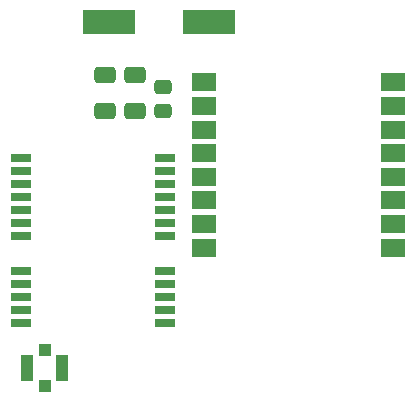
<source format=gbr>
%TF.GenerationSoftware,KiCad,Pcbnew,7.0.6*%
%TF.CreationDate,2023-09-14T12:48:26+02:00*%
%TF.ProjectId,pqunit,7071756e-6974-42e6-9b69-6361645f7063,rev?*%
%TF.SameCoordinates,Original*%
%TF.FileFunction,Paste,Top*%
%TF.FilePolarity,Positive*%
%FSLAX46Y46*%
G04 Gerber Fmt 4.6, Leading zero omitted, Abs format (unit mm)*
G04 Created by KiCad (PCBNEW 7.0.6) date 2023-09-14 12:48:26*
%MOMM*%
%LPD*%
G01*
G04 APERTURE LIST*
G04 Aperture macros list*
%AMRoundRect*
0 Rectangle with rounded corners*
0 $1 Rounding radius*
0 $2 $3 $4 $5 $6 $7 $8 $9 X,Y pos of 4 corners*
0 Add a 4 corners polygon primitive as box body*
4,1,4,$2,$3,$4,$5,$6,$7,$8,$9,$2,$3,0*
0 Add four circle primitives for the rounded corners*
1,1,$1+$1,$2,$3*
1,1,$1+$1,$4,$5*
1,1,$1+$1,$6,$7*
1,1,$1+$1,$8,$9*
0 Add four rect primitives between the rounded corners*
20,1,$1+$1,$2,$3,$4,$5,0*
20,1,$1+$1,$4,$5,$6,$7,0*
20,1,$1+$1,$6,$7,$8,$9,0*
20,1,$1+$1,$8,$9,$2,$3,0*%
G04 Aperture macros list end*
%ADD10R,1.800000X0.800000*%
%ADD11R,4.500000X2.000000*%
%ADD12RoundRect,0.250000X0.650000X-0.412500X0.650000X0.412500X-0.650000X0.412500X-0.650000X-0.412500X0*%
%ADD13R,2.000000X1.500000*%
%ADD14RoundRect,0.250000X0.475000X-0.337500X0.475000X0.337500X-0.475000X0.337500X-0.475000X-0.337500X0*%
%ADD15R,1.050000X2.200000*%
%ADD16R,1.000000X1.000000*%
G04 APERTURE END LIST*
D10*
%TO.C,U3*%
X136808400Y-106842800D03*
X136808400Y-107942800D03*
X136808400Y-109042800D03*
X136808400Y-110142800D03*
X136808400Y-111242800D03*
X136808400Y-112342800D03*
X136808400Y-113442800D03*
X136808400Y-116442800D03*
X136808400Y-117542800D03*
X136808400Y-118642800D03*
X136808400Y-119742800D03*
X136808400Y-120842800D03*
X124608400Y-120842800D03*
X124608400Y-119742800D03*
X124608400Y-118642800D03*
X124608400Y-117542800D03*
X124608400Y-116442800D03*
X124608400Y-113442800D03*
X124608400Y-112342800D03*
X124608400Y-111242800D03*
X124608400Y-110142800D03*
X124608400Y-109042800D03*
X124608400Y-107942800D03*
X124608400Y-106842800D03*
%TD*%
D11*
%TO.C,Y1*%
X132063600Y-95300800D03*
X140563600Y-95300800D03*
%TD*%
D12*
%TO.C,C10*%
X134264400Y-102908500D03*
X134264400Y-99783500D03*
%TD*%
D13*
%TO.C,U2*%
X140132800Y-100442000D03*
X140132800Y-102442000D03*
X140132800Y-104442000D03*
X140132800Y-106442000D03*
X140132800Y-108442000D03*
X140132800Y-110442000D03*
X140132800Y-112442000D03*
X140132800Y-114442000D03*
X156132800Y-114442000D03*
X156132800Y-112442000D03*
X156132800Y-110442000D03*
X156132800Y-108442000D03*
X156132800Y-106442000D03*
X156132800Y-104442000D03*
X156132800Y-102442000D03*
X156132800Y-100442000D03*
%TD*%
D14*
%TO.C,C8*%
X136652000Y-100816500D03*
X136652000Y-102891500D03*
%TD*%
D15*
%TO.C,J3*%
X125169400Y-124612400D03*
D16*
X126644400Y-126112400D03*
D15*
X128119400Y-124612400D03*
D16*
X126644400Y-123112400D03*
%TD*%
D12*
%TO.C,C6*%
X131724400Y-99783500D03*
X131724400Y-102908500D03*
%TD*%
M02*

</source>
